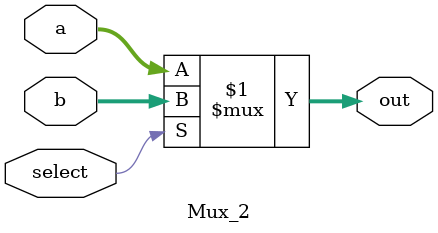
<source format=v>
module Mux_2(
	input 	 		select,
	input [15:0] 	a,
	input [15:0] 	b,
	output [15:0] 	out
);


/**
----==== INSTANTIATION ====----

Mux_2 ALU_mux (
	.select(),
	.a(),
	.b(),
	.out()
);

----==== DESCRIPTION ====----
A simple 2 to 1 multiplexer where the inputs are 16 bits

*/

assign out = select? b : a;

endmodule 
</source>
